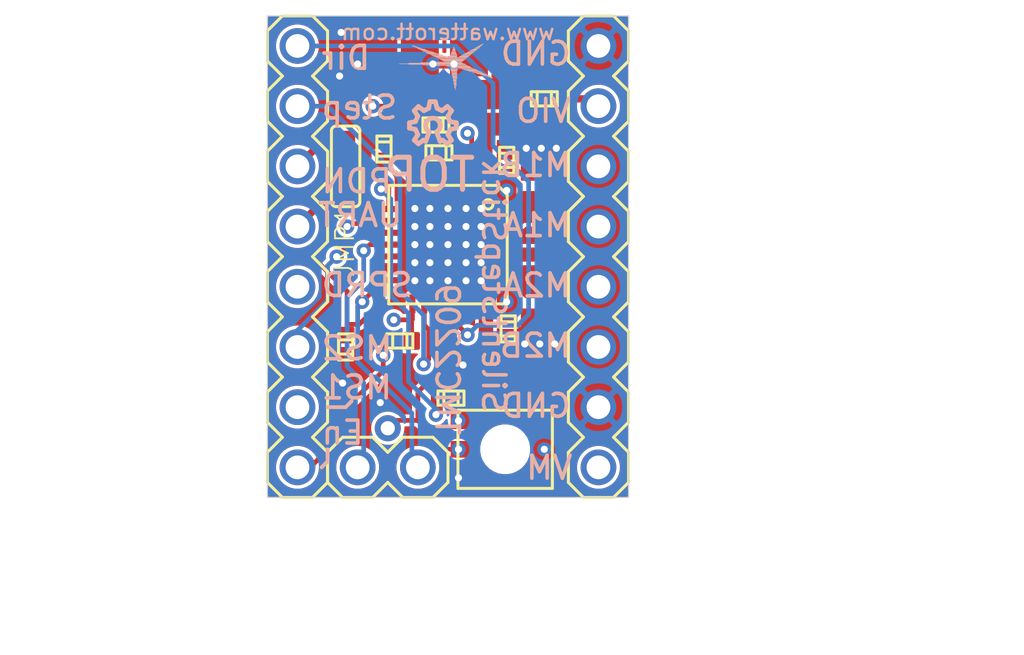
<source format=kicad_pcb>
(kicad_pcb (version 20221018) (generator pcbnew)

  (general
    (thickness 1.6)
  )

  (paper "A4")
  (layers
    (0 "F.Cu" signal "Top")
    (1 "In1.Cu" signal "Ground")
    (2 "In2.Cu" signal "Supply")
    (31 "B.Cu" signal "Bottom")
    (32 "B.Adhes" user "B.Adhesive")
    (33 "F.Adhes" user "F.Adhesive")
    (34 "B.Paste" user)
    (35 "F.Paste" user)
    (36 "B.SilkS" user "B.Silkscreen")
    (37 "F.SilkS" user "F.Silkscreen")
    (38 "B.Mask" user)
    (39 "F.Mask" user)
    (40 "Dwgs.User" user "User.Drawings")
    (41 "Cmts.User" user "User.Comments")
    (42 "Eco1.User" user "User.Eco1")
    (43 "Eco2.User" user "User.Eco2")
    (44 "Edge.Cuts" user)
    (45 "Margin" user)
    (46 "B.CrtYd" user "B.Courtyard")
    (47 "F.CrtYd" user "F.Courtyard")
    (48 "B.Fab" user)
    (49 "F.Fab" user)
  )

  (setup
    (pad_to_mask_clearance 0.05)
    (pcbplotparams
      (layerselection 0x00010fc_ffffffff)
      (plot_on_all_layers_selection 0x0000000_00000000)
      (disableapertmacros false)
      (usegerberextensions false)
      (usegerberattributes true)
      (usegerberadvancedattributes true)
      (creategerberjobfile true)
      (dashed_line_dash_ratio 12.000000)
      (dashed_line_gap_ratio 3.000000)
      (svgprecision 4)
      (plotframeref false)
      (viasonmask false)
      (mode 1)
      (useauxorigin false)
      (hpglpennumber 1)
      (hpglpenspeed 20)
      (hpglpendiameter 15.000000)
      (dxfpolygonmode true)
      (dxfimperialunits true)
      (dxfusepcbnewfont true)
      (psnegative false)
      (psa4output false)
      (plotreference true)
      (plotvalue true)
      (plotinvisibletext false)
      (sketchpadsonfab false)
      (subtractmaskfromsilk false)
      (outputformat 1)
      (mirror false)
      (drillshape 1)
      (scaleselection 1)
      (outputdirectory "")
    )
  )

  (net 0 "")
  (net 1 "GND")
  (net 2 "+5V")
  (net 3 "Net-(IC1-Pad27)")
  (net 4 "Net-(IC1-Pad23)")
  (net 5 "/VM")
  (net 6 "/VREF")
  (net 7 "Net-(R4-Pad1)")
  (net 8 "/VIO")
  (net 9 "Net-(C6-Pad2)")
  (net 10 "Net-(C4-Pad2)")
  (net 11 "Net-(C4-Pad1)")
  (net 12 "/PDN_UART")
  (net 13 "/EN")
  (net 14 "Net-(J1-Pad4)")
  (net 15 "Net-(J1-Pad3)")
  (net 16 "/OB2")
  (net 17 "/OB1")
  (net 18 "/OA1")
  (net 19 "/OA2")
  (net 20 "/DIAG")
  (net 21 "/INDEX")
  (net 22 "/DIR")
  (net 23 "/STEP")
  (net 24 "/MS2")
  (net 25 "/MS1")
  (net 26 "/SPREAD")

  (footprint "SilentStepStick-TMC2209_v20:M0805" (layer "F.Cu") (at 152.5361 101.9826 -90))

  (footprint "SilentStepStick-TMC2209_v20:M0805" (layer "F.Cu") (at 152.4746 106.9665 90))

  (footprint "SilentStepStick-TMC2209_v20:POT_EVM3R" (layer "F.Cu") (at 150.9141 113.1316 -90))

  (footprint "SilentStepStick-TMC2209_v20:PASSER_04MM" (layer "F.Cu") (at 141.5161 112.6236))

  (footprint "SilentStepStick-TMC2209_v20:PASSER_04MM" (layer "F.Cu") (at 155.4861 97.3836))

  (footprint "SilentStepStick-TMC2209_v20:C0402" (layer "F.Cu") (at 152.5651 98.3446 90))

  (footprint "SilentStepStick-TMC2209_v20:C0402" (layer "F.Cu") (at 145.80235 100.46335))

  (footprint "SilentStepStick-TMC2209_v20:C0402" (layer "F.Cu") (at 150.9776 100.9396 180))

  (footprint "SilentStepStick-TMC2209_v20:C0402" (layer "F.Cu") (at 147.9931 99.44735 -90))

  (footprint "SilentStepStick-TMC2209_v20:C0402" (layer "F.Cu") (at 148.1201 100.6221 -90))

  (footprint "SilentStepStick-TMC2209_v20:C0402" (layer "F.Cu") (at 148.6281 110.9726 -90))

  (footprint "SilentStepStick-TMC2209_v20:C0402" (layer "F.Cu") (at 144.1831 108.8136 180))

  (footprint "SilentStepStick-TMC2209_v20:C0402" (layer "F.Cu") (at 146.4691 108.5596 -90))

  (footprint "SilentStepStick-TMC2209_v20:C0402" (layer "F.Cu") (at 151.0411 108.0516))

  (footprint "SilentStepStick-TMC2209_v20:JUMPER3-0402_NC" (layer "F.Cu") (at 144.1831 101.1936))

  (footprint "SilentStepStick-TMC2209_v20:MA08-1" (layer "F.Cu") (at 154.8511 105.0036 180))

  (footprint "SilentStepStick-TMC2209_v20:MA02-1" (layer "F.Cu") (at 145.9611 113.8936 -90))

  (footprint "SilentStepStick-TMC2209_v20:PAD-0.6-1.1" (layer "F.Cu") (at 145.9611 112.2426))

  (footprint "SilentStepStick-TMC2209_v20:QFN28-PAD3.7" (layer "F.Cu") (at 148.5011 104.4956 -90))

  (footprint "SilentStepStick-TMC2209_v20:MA08-1" (layer "F.Cu") (at 142.1511 105.0036))

  (footprint "SilentStepStick-TMC2209_v20:C1206" (layer "F.Cu") (at 150.7871 96.4946))

  (footprint "SilentStepStick-TMC2209_v20:C1206" (layer "F.Cu") (at 145.9141 96.4801 180))

  (footprint "SilentStepStick-TMC2209_v20:SPARK_2MM" (layer "B.Cu") (at 148.7551 96.8121 180))

  (footprint "SilentStepStick-TMC2209_v20:OSHW_2MM" (layer "B.Cu") (at 147.8661 99.3521 180))

  (gr_line (start 144.1831 111.3536) (end 144.4371 111.0996)
    (stroke (width 0.16) (type solid)) (layer "B.SilkS") (tstamp 00000000-0000-0000-0000-0000134f6cc0))
  (gr_line (start 143.4211 111.3536) (end 144.1831 111.3536)
    (stroke (width 0.16) (type solid)) (layer "B.SilkS") (tstamp 00000000-0000-0000-0000-0000134f7120))
  (gr_line (start 143.1671 113.8936) (end 143.4211 113.6396)
    (stroke (width 0.16) (type solid)) (layer "B.SilkS") (tstamp 00000000-0000-0000-0000-0000134f7bc0))
  (gr_line (start 143.4211 113.6396) (end 143.4211 113.1316)
    (stroke (width 0.16) (type solid)) (layer "B.SilkS") (tstamp 00000000-0000-0000-0000-0000134f7f80))
  (gr_line (start 140.8811 94.8436) (end 140.8811 115.1636)
    (stroke (width 0.05) (type solid)) (layer "Edge.Cuts") (tstamp 00000000-0000-0000-0000-0000134f44c0))
  (gr_line (start 140.8811 115.1636) (end 156.1211 115.1636)
    (stroke (width 0.05) (type solid)) (layer "Edge.Cuts") (tstamp 00000000-0000-0000-0000-0000134f4a60))
  (gr_line (start 156.1211 94.8436) (end 140.8811 94.8436)
    (stroke (width 0.05) (type solid)) (layer "Edge.Cuts") (tstamp 00000000-0000-0000-0000-0000134f4b00))
  (gr_line (start 156.1211 115.1636) (end 156.1211 94.8436)
    (stroke (width 0.05) (type solid)) (layer "Edge.Cuts") (tstamp 00000000-0000-0000-0000-0000134f5b40))
  (gr_text "GND" (at 153.7811 97.0026) (layer "B.SilkS") (tstamp 00000000-0000-0000-0000-0000134f4240)
    (effects (font (size 0.9652 0.9652) (thickness 0.1524)) (justify left bottom mirror))
  )
  (gr_text "M1B" (at 153.7811 101.7016) (layer "B.SilkS") (tstamp 00000000-0000-0000-0000-0000134f42e0)
    (effects (font (size 0.9652 0.9652) (thickness 0.1524)) (justify left bottom mirror))
  )
  (gr_text "En" (at 143.0811 111.8616) (layer "B.SilkS") (tstamp 00000000-0000-0000-0000-0000134f4420)
    (effects (font (size 0.9652 0.9652) (thickness 0.1524)) (justify right top mirror))
  )
  (gr_text "M2B" (at 153.7811 109.3216) (layer "B.SilkS") (tstamp 00000000-0000-0000-0000-0000134f4740)
    (effects (font (size 0.9652 0.9652) (thickness 0.1524)) (justify left bottom mirror))
  )
  (gr_text "MS2" (at 143.0811 108.3056) (layer "B.SilkS") (tstamp 00000000-0000-0000-0000-0000134f4ec0)
    (effects (font (size 0.9652 0.9652) (thickness 0.1524)) (justify right top mirror))
  )
  (gr_text "PDN" (at 143.0811 101.2571) (layer "B.SilkS") (tstamp 00000000-0000-0000-0000-0000134f4f60)
    (effects (font (size 0.9652 0.9652) (thickness 0.1524)) (justify right top mirror))
  )
  (gr_text "VIO" (at 153.7811 99.4156) (layer "B.SilkS") (tstamp 00000000-0000-0000-0000-0000134f51e0)
    (effects (font (size 0.9652 0.9652) (thickness 0.1524)) (justify left bottom mirror))
  )
  (gr_text "Dir" (at 143.0811 96.0501) (layer "B.SilkS") (tstamp 00000000-0000-0000-0000-0000134f5820)
    (effects (font (size 0.9652 0.9652) (thickness 0.1524)) (justify right top mirror))
  )
  (gr_text "M1A" (at 153.7811 104.2416) (layer "B.SilkS") (tstamp 00000000-0000-0000-0000-0000134f58c0)
    (effects (font (size 0.9652 0.9652) (thickness 0.1524)) (justify left bottom mirror))
  )
  (gr_text "M2A" (at 153.7811 106.7816) (layer "B.SilkS") (tstamp 00000000-0000-0000-0000-0000134f5a00)
    (effects (font (size 0.9652 0.9652) (thickness 0.1524)) (justify left bottom mirror))
  )
  (gr_text "Step" (at 143.0811 98.1456) (layer "B.SilkS") (tstamp 00000000-0000-0000-0000-0000134f64a0)
    (effects (font (size 0.9652 0.9652) (thickness 0.1524)) (justify right top mirror))
  )
  (gr_text "MS1" (at 143.0811 109.9566) (layer "B.SilkS") (tstamp 00000000-0000-0000-0000-0000134f6680)
    (effects (font (size 0.9652 0.9652) (thickness 0.1524)) (justify right top mirror))
  )
  (gr_text "www.watterott.com" (at 143.9291 95.1484) (layer "B.SilkS") (tstamp 00000000-0000-0000-0000-0000134f7260)
    (effects (font (size 0.65151 0.65151) (thickness 0.10287)) (justify right top mirror))
  )
  (gr_text "UART" (at 142.92235 102.68585) (layer "B.SilkS") (tstamp 00000000-0000-0000-0000-0000134f76c0)
    (effects (font (size 0.9652 0.9652) (thickness 0.1524)) (justify right top mirror))
  )
  (gr_text "TOP" (at 149.7711 102.3366) (layer "B.SilkS") (tstamp 00000000-0000-0000-0000-0000134f7940)
    (effects (font (size 1.35128 1.35128) (thickness 0.21336)) (justify left bottom mirror))
  )
  (gr_text "VM" (at 153.8431 114.4746) (layer "B.SilkS") (tstamp 00000000-0000-0000-0000-0000134f79e0)
    (effects (font (size 0.9652 0.9652) (thickness 0.1524)) (justify left bottom mirror))
  )
  (gr_text "GND" (at 153.7811 111.8616) (layer "B.SilkS") (tstamp 00000000-0000-0000-0000-0000134f7ee0)
    (effects (font (size 0.9652 0.9652) (thickness 0.1524)) (justify left bottom mirror))
  )
  (gr_text "SilentStepStick" (at 149.8796 111.6711 -90) (layer "B.SilkS") (tstamp 00000000-0000-0000-0000-0000134f8160)
    (effects (font (size 0.95 0.95) (thickness 0.15)) (justify left bottom mirror))
  )
  (gr_text "SPRD" (at 143.0811 105.6386) (layer "B.SilkS") (tstamp 00000000-0000-0000-0000-0000134f88e0)
    (effects (font (size 0.9652 0.9652) (thickness 0.1524)) (justify right top mirror))
  )
  (gr_text "TMC2209" (at 147.9111 112.6236 -90) (layer "B.SilkS") (tstamp 00000000-0000-0000-0000-0000134f9100)
    (effects (font (size 0.95 0.95) (thickness 0.15)) (justify left bottom mirror))
  )
  (gr_text "Vio - 3.3-5V" (at 156.6291 99.4156) (layer "Cmts.User") (tstamp 00000000-0000-0000-0000-0000134f4560)
    (effects (font (size 1.35128 1.35128) (thickness 0.184912)) (justify left bottom))
  )
  (gr_text "MS1" (at 140.3731 110.5916) (layer "Cmts.User") (tstamp 00000000-0000-0000-0000-0000134f4600)
    (effects (font (size 1.35128 1.35128) (thickness 0.184912)) (justify right top))
  )
  (gr_text "En" (at 140.3731 113.1316) (layer "Cmts.User") (tstamp 00000000-0000-0000-0000-0000134f4880)
    (effects (font (size 1.35128 1.35128) (thickness 0.184912)) (justify right top))
  )
  (gr_text "Motor Coil 1-B" (at 156.6291 101.9556) (layer "Cmts.User") (tstamp 00000000-0000-0000-0000-0000134f49c0)
    (effects (font (size 1.35128 1.35128) (thickness 0.184912)) (justify left bottom))
  )
  (gr_text "Motor Coil 2-B" (at 156.6291 109.5756) (layer "Cmts.User") (tstamp 00000000-0000-0000-0000-0000134f4ba0)
    (effects (font (size 1.35128 1.35128) (thickness 0.184912)) (justify left bottom))
  )
  (gr_text "GND" (at 156.6291 112.1156) (layer "Cmts.User") (tstamp 00000000-0000-0000-0000-0000134f4ce0)
    (effects (font (size 1.35128 1.35128) (thickness 0.184912)) (justify left bottom))
  )
  (gr_text "Dir" (at 140.3731 95.3516) (layer "Cmts.User") (tstamp 00000000-0000-0000-0000-0000134f5140)
    (effects (font (size 1.35128 1.35128) (thickness 0.184912)) (justify right top))
  )
  (gr_text "Motor Coil 1-A" (at 156.6291 104.4956) (layer "Cmts.User") (tstamp 00000000-0000-0000-0000-0000134f5280)
    (effects (font (size 1.35128 1.35128) (thickness 0.184912)) (justify left bottom))
  )
  (gr_text "DIAG" (at 143.9291 115.6716 90) (layer "Cmts.User") (tstamp 00000000-0000-0000-0000-0000134f55a0)
    (effects (font (size 0.9652 0.9652) (thickness 0.13208)) (justify right top))
  )
  (gr_text "Step" (at 140.3731 97.8916) (layer "Cmts.User") (tstamp 00000000-0000-0000-0000-0000134f5780)
    (effects (font (size 1.35128 1.35128) (thickness 0.184912)) (justify right top))
  )
  (gr_text "Vm" (at 156.6291 114.6556) (layer "Cmts.User") (tstamp 00000000-0000-0000-0000-0000134f5aa0)
    (effects (font (size 1.35128 1.35128) (thickness 0.184912)) (justify left bottom))
  )
  (gr_text "MS2" (at 140.3731 108.0516) (layer "Cmts.User") (tstamp 00000000-0000-0000-0000-0000134f5c80)
    (effects (font (size 1.35128 1.35128) (thickness 0.184912)) (justify right top))
  )
  (gr_text "GND" (at 156.6291 96.8756) (layer "Cmts.User") (tstamp 00000000-0000-0000-0000-0000134f5e60)
    (effects (font (size 1.35128 1.35128) (thickness 0.184912)) (justify left bottom))
  )
  (gr_text "Motor Coil 2-A" (at 156.6291 107.0356) (layer "Cmts.User") (tstamp 00000000-0000-0000-0000-0000134f62c0)
    (effects (font (size 1.35128 1.35128) (thickness 0.184912)) (justify left bottom))
  )
  (gr_text "PDN/UART" (at 140.3731 101.7016) (layer "Cmts.User") (tstamp 00000000-0000-0000-0000-0000134f6360)
    (effects (font (size 1.35128 1.35128) (thickness 0.184912)) (justify right top))
  )
  (gr_text "INDEX" (at 146.5961 115.6716 90) (layer "Cmts.User") (tstamp 00000000-0000-0000-0000-0000134f6400)
    (effects (font (size 0.9652 0.9652) (thickness 0.13208)) (justify right top))
  )
  (gr_text "Vref" (at 145.3261 115.6716 90) (layer "Cmts.User") (tstamp 00000000-0000-0000-0000-0000134f6720)
    (effects (font (size 0.9652 0.9652) (thickness 0.13208)) (justify right top))
  )
  (gr_text "Silkscreen: 22 bPlace" (at 140.8811 120.2436) (layer "Cmts.User") (tstamp 00000000-0000-0000-0000-0000134f7300)
    (effects (font (size 1.2065 1.2065) (thickness 0.127)) (justify left top))
  )
  (gr_text "SPREAD" (at 140.3731 105.5116) (layer "Cmts.User") (tstamp 00000000-0000-0000-0000-0000134f7d00)
    (effects (font (size 1.35128 1.35128) (thickness 0.184912)) (justify right top))
  )

  (via (at 152.5651 113.1316) (size 0.6048) (drill 0.3) (layers "F.Cu" "B.Cu") (net 0) (tstamp 00000000-0000-0000-0000-0000134e24a0))
  (segment (start 149.0011 101.9956) (end 149.0011 103.4716) (width 0.254) (layer "F.Cu") (net 1) (tstamp 00000000-0000-0000-0000-000013515940))
  (segment (start 149.0011 103.4716) (end 149.0091 103.4796) (width 0.254) (layer "F.Cu") (net 1) (tstamp 00000000-0000-0000-0000-000013516c00))
  (via (at 151.8031 100.4316) (size 0.6048) (drill 0.3) (layers "F.Cu" "B.Cu") (net 1) (tstamp 00000000-0000-0000-0000-000013515080))
  (via (at 153.0096 108.6866) (size 0.6048) (drill 0.3) (layers "F.Cu" "B.Cu") (net 1) (tstamp 00000000-0000-0000-0000-000013515a80))
  (via (at 151.7396 108.6866) (size 0.6048) (drill 0.3) (layers "F.Cu" "B.Cu") (net 1) (tstamp 00000000-0000-0000-0000-000013516a20))
  (via (at 153.0731 100.4316) (size 0.6048) (drill 0.3) (layers "F.Cu" "B.Cu") (net 1) (tstamp 00000000-0000-0000-0000-000013516b60))
  (via (at 149.8981 106.0196) (size 0.6048) (drill 0.3) (layers "F.Cu" "B.Cu") (net 1) (tstamp 00000000-0000-0000-0000-0000135171a0))
  (via (at 149.8981 103.7336) (size 0.6048) (drill 0.3) (layers "F.Cu" "B.Cu") (net 1) (tstamp 00000000-0000-0000-0000-000013517600))
  (via (at 148.5011 103.7336) (size 0.6048) (drill 0.3) (layers "F.Cu" "B.Cu") (net 1) (tstamp 00000000-0000-0000-0000-0000135176a0))
  (via (at 147.1041 105.2576) (size 0.6048) (drill 0.3) (layers "F.Cu" "B.Cu") (net 1) (tstamp 00000000-0000-0000-0000-000013517740))
  (via (at 149.8981 102.9716) (size 0.6048) (drill 0.3) (layers "F.Cu" "B.Cu") (net 1) (tstamp 00000000-0000-0000-0000-0000135177e0))
  (via (at 149.2631 102.9716) (size 0.6048) (drill 0.3) (layers "F.Cu" "B.Cu") (net 1) (tstamp 00000000-0000-0000-0000-000013517880))
  (via (at 147.7391 103.7336) (size 0.6048) (drill 0.3) (layers "F.Cu" "B.Cu") (net 1) (tstamp 00000000-0000-0000-0000-000013517920))
  (via (at 147.7391 105.2576) (size 0.6048) (drill 0.3) (layers "F.Cu" "B.Cu") (net 1) (tstamp 00000000-0000-0000-0000-0000135179c0))
  (via (at 147.7391 102.9716) (size 0.6048) (drill 0.3) (layers "F.Cu" "B.Cu") (net 1) (tstamp 00000000-0000-0000-0000-000013517a60))
  (via (at 149.2631 106.0196) (size 0.6048) (drill 0.3) (layers "F.Cu" "B.Cu") (net 1) (tstamp 00000000-0000-0000-0000-000013517ba0))
  (via (at 144.0561 110.3376) (size 0.6048) (drill 0.3) (layers "F.Cu" "B.Cu") (net 1) (tstamp 00000000-0000-0000-0000-000013517c40))
  (via (at 152.4381 100.4316) (size 0.6048) (drill 0.3) (layers "F.Cu" "B.Cu") (net 1) (tstamp 00000000-0000-0000-0000-000013517ce0))
  (via (at 148.9456 114.3381) (size 0.6048) (drill 0.3) (layers "F.Cu" "B.Cu") (net 1) (tstamp 00000000-0000-0000-0000-000013517d80))
  (via (at 147.1041 104.4956) (size 0.6048) (drill 0.3) (layers "F.Cu" "B.Cu") (net 1) (tstamp 00000000-0000-0000-0000-0000135180a0))
  (via (at 145.6436 111.1631) (size 0.6048) (drill 0.3) (layers "F.Cu" "B.Cu") (net 1) (tstamp 00000000-0000-0000-0000-000013518280))
  (via (at 143.9291 97.3836) (size 0.6048) (drill 0.3) (layers "F.Cu" "B.Cu") (net 1) (tstamp 00000000-0000-0000-0000-000013518320))
  (via (at 148.5011 104.4956) (size 0.6048) (drill 0.3) (layers "F.Cu" "B.Cu") (net 1) (tstamp 00000000-0000-0000-0000-0000135183c0))
  (via (at 147.1041 103.7336) (size 0.6048) (drill 0.3) (layers "F.Cu" "B.Cu") (net 1) (tstamp 00000000-0000-0000-0000-000013518460))
  (via (at 149.2631 104.4956) (size 0.6048) (drill 0.3) (layers "F.Cu" "B.Cu") (net 1) (tstamp 00000000-0000-0000-0000-000013518500))
  (via (at 144.6911 96.8756) (size 0.6048) (drill 0.3) (layers "F.Cu" "B.Cu") (net 1) (tstamp 00000000-0000-0000-0000-0000135185a0))
  (via (at 147.7391 106.0196) (size 0.6048) (drill 0.3) (layers "F.Cu" "B.Cu") (net 1) (tstamp 00000000-0000-0000-0000-0000135186e0))
  (via (at 149.2631 103.7336) (size 0.6048) (drill 0.3) (layers "F.Cu" "B.Cu") (net 1) (tstamp 00000000-0000-0000-0000-0000135188c0))
  (via (at 149.8981 104.4956) (size 0.6048) (drill 0.3) (layers "F.Cu" "B.Cu") (net 1) (tstamp 00000000-0000-0000-0000-000013518960))
  (via (at 143.9926 95.5421) (size 0.6048) (drill 0.3) (layers "F.Cu" "B.Cu") (net 1) (tstamp 00000000-0000-0000-0000-000013518a00))
  (via (at 147.1041 102.9716) (size 0.6048) (drill 0.3) (layers "F.Cu" "B.Cu") (net 1) (tstamp 00000000-0000-0000-0000-000013518dc0))
  (via (at 148.5011 105.2576) (size 0.6048) (drill 0.3) (layers "F.Cu" "B.Cu") (net 1) (tstamp 00000000-0000-0000-0000-000013518e60))
  (via (at 149.1361 109.5756) (size 0.6048) (drill 0.3) (layers "F.Cu" "B.Cu") (net 1) (tstamp 00000000-0000-0000-0000-000013518f00))
  (via (at 149.8981 105.2576) (size 0.6048) (drill 0.3) (layers "F.Cu" "B.Cu") (net 1) (tstamp 00000000-0000-0000-0000-000013518fa0))
  (via (at 147.1041 106.0196) (size 0.6048) (drill 0.3) (layers "F.Cu" "B.Cu") (net 1) (tstamp 00000000-0000-0000-0000-000013519040))
  (via (at 148.5011 102.9716) (size 0.6048) (drill 0.3) (layers "F.Cu" "B.Cu") (net 1) (tstamp 00000000-0000-0000-0000-000013519180))
  (via (at 147.7391 104.4956) (size 0.6048) (drill 0.3) (layers "F.Cu" "B.Cu") (net 1) (tstamp 00000000-0000-0000-0000-000013519400))
  (via (at 152.3746 108.6866) (size 0.6048) (drill 0.3) (layers "F.Cu" "B.Cu") (net 1) (tstamp 00000000-0000-0000-0000-0000135194a0))
  (via (at 149.2631 105.2576) (size 0.6048) (drill 0.3) (layers "F.Cu" "B.Cu") (net 1) (tstamp 00000000-0000-0000-0000-000013519720))
  (via (at 148.5011 106.0196) (size 0.6048) (drill 0.3) (layers "F.Cu" "B.Cu") (net 1) (tstamp 00000000-0000-0000-0000-000013519900))
  (segment (start 146.0011 102.9956) (end 146.0011 102.1461) (width 0.2) (layer "F.Cu") (net 2) (tstamp 00000000-0000-0000-0000-00001351c240))
  (segment (start 148.1281 110.9726) (end 148.1281 111.5361) (width 0.3048) (layer "F.Cu") (net 2) (tstamp 00000000-0000-0000-0000-00001351c740))
  (segment (start 146.0011 101.7416) (end 145.8341 101.5746) (width 0.2) (layer "F.Cu") (net 2) (tstamp 00000000-0000-0000-0000-00001351c9c0))
  (segment (start 145.8341 100.9951) (end 145.80235 100.96335) (width 0.2) (layer "F.Cu") (net 2) (tstamp 00000000-0000-0000-0000-00001351ce20))
  (segment (start 146.0011 102.1461) (end 145.6836 102.1461) (width 0.2) (layer "F.Cu") (net 2) (tstamp 00000000-0000-0000-0000-00001351d1e0))
  (segment (start 148.1281 111.5361) (end 147.9931 111.6711) (width 0.3048) (layer "F.Cu") (net 2) (tstamp 00000000-0000-0000-0000-00001351de60))
  (segment (start 146.0011 102.1461) (end 146.0011 101.7416) (width 0.2) (layer "F.Cu") (net 2) (tstamp 00000000-0000-0000-0000-00001351e680))
  (segment (start 145.8341 101.5746) (end 145.8341 100.9951) (width 0.2) (layer "F.Cu") (net 2) (tstamp 00000000-0000-0000-0000-00001351e720))
  (via (at 145.6836 102.1461) (size 0.6048) (drill 0.3) (layers "F.Cu" "B.Cu") (net 2) (tstamp 00000000-0000-0000-0000-00001351d280))
  (via (at 147.9931 111.6711) (size 0.6048) (drill 0.3) (layers "F.Cu" "B.Cu") (net 2) (tstamp 00000000-0000-0000-0000-00001351dd20))
  (segment (start 146.8374 107.4039) (end 146.0881 106.6546) (width 0.2) (layer "B.Cu") (net 2) (tstamp 00000000-0000-0000-0000-00001351c2e0))
  (segment (start 145.6836 102.1461) (end 145.6836 102.1701) (width 0.2) (layer "B.Cu") (net 2) (tstamp 00000000-0000-0000-0000-00001351d320))
  (segment (start 145.6836 102.1701) (end 146.0881 102.5746) (width 0.2) (layer "B.Cu") (net 2) (tstamp 00000000-0000-0000-0000-00001351d5a0))
  (segment (start 146.0881 102.5746) (end 146.0881 106.6546) (width 0.2) (layer "B.Cu") (net 2) (tstamp 00000000-0000-0000-0000-00001351d640))
  (segment (start 147.9931 111.6711) (end 147.9931 111.4298) (width 0.2) (layer "B.Cu") (net 2) (tstamp 00000000-0000-0000-0000-00001351d820))
  (segment (start 147.9931 111.4298) (end 146.8374 110.2741) (width 0.2) (layer "B.Cu") (net 2) (tstamp 00000000-0000-0000-0000-00001351db40))
  (segment (start 146.8374 110.2741) (end 146.8374 107.4039) (width 0.2) (layer "B.Cu") (net 2) (tstamp 00000000-0000-0000-0000-00001351dbe0))
  (segment (start 149.6581 97.1156) (end 148.5011 98.2726) (width 0.508) (layer "F.Cu") (net 5) (tstamp 00000000-0000-0000-0000-000013513a00))
  (segment (start 148.5011 98.2726) (end 148.5011 99.43935) (width 0.508) (layer "F.Cu") (net 5) (tstamp 00000000-0000-0000-0000-000013513aa0))
  (segment (start 148.5011 99.43935) (end 148.4931 99.44735) (width 0.6096) (layer "F.Cu") (net 5) (tstamp 00000000-0000-0000-0000-0000135140e0))
  (segment (start 149.6581 96.7656) (end 149.3871 96.4946) (width 0.508) (layer "F.Cu") (net 5) (tstamp 00000000-0000-0000-0000-000013514d60))
  (segment (start 148.6916 96.8756) (end 148.6916 96.8121) (width 0.508) (layer "F.Cu") (net 5) (tstamp 00000000-0000-0000-0000-000013515260))
  (segment (start 149.1361 96.4946) (end 148.7551 96.8756) (width 0.508) (layer "F.Cu") (net 5) (tstamp 00000000-0000-0000-0000-000013515620))
  (segment (start 147.3141 96.4801) (end 147.4706 96.4801) (width 0.508) (layer "F.Cu") (net 5) (tstamp 00000000-0000-0000-0000-000013515800))
  (segment (start 149.6581 97.1156) (end 149.6581 96.7656) (width 0.508) (layer "F.Cu") (net 5) (tstamp 00000000-0000-0000-0000-0000135159e0))
  (segment (start 148.6916 96.8121) (end 147.8661 96.8121) (width 0.508) (layer "F.Cu") (net 5) (tstamp 00000000-0000-0000-0000-000013515c60))
  (segment (start 149.3871 96.4946) (end 149.1361 96.4946) (width 0.508) (layer "F.Cu") (net 5) (tstamp 00000000-0000-0000-0000-000013515ee0))
  (segment (start 147.4706 96.4801) (end 147.8661 96.8756) (width 0.508) (layer "F.Cu") (net 5) (tstamp 00000000-0000-0000-0000-0000135165c0))
  (segment (start 147.8661 96.8121) (end 147.8661 96.8756) (width 0.508) (layer "F.Cu") (net 5) (tstamp 00000000-0000-0000-0000-0000135168e0))
  (segment (start 148.7551 96.8756) (end 148.6916 96.8756) (width 0.508) (layer "F.Cu") (net 5) (tstamp 00000000-0000-0000-0000-000013516d40))
  (via (at 147.8661 96.8756) (size 0.6048) (drill 0.3) (layers "F.Cu" "B.Cu") (net 5) (tstamp 00000000-0000-0000-0000-000013516480))
  (via (at 148.7551 96.8756) (size 0.6048) (drill 0.3) (layers "F.Cu" "B.Cu") (net 5) (tstamp 00000000-0000-0000-0000-000013516e80))
  (via (at 150.9776 106.9086) (size 0.6048) (drill 0.3) (layers "F.Cu" "B.Cu") (net 5) (tstamp 00000000-0000-0000-0000-000013517060))
  (via (at 150.9776 102.2096) (size 0.6048) (drill 0.3) (layers "F.Cu" "B.Cu") (net 5) (tstamp 00000000-0000-0000-0000-000013517100))
  (segment (start 154.8511 113.8936) (end 153.8351 113.8936) (width 0.8) (layer "In2.Cu") (net 5) (tstamp 00000000-0000-0000-0000-000013514fe0))
  (segment (start 154.8511 113.8936) (end 154.8511 112.8776) (width 0.8) (layer "In2.Cu") (net 5) (tstamp 00000000-0000-0000-0000-000013515440))
  (segment (start 147.9931 107.7214) (end 148.0947 107.823) (width 0.2) (layer "F.Cu") (net 6) (tstamp 00000000-0000-0000-0000-00001351c380))
  (segment (start 147.9931 107.0036) (end 148.0011 106.9956) (width 0.2) (layer "F.Cu") (net 6) (tstamp 00000000-0000-0000-0000-00001351e7c0))
  (segment (start 147.9931 107.0036) (end 147.9931 107.7214) (width 0.2) (layer "F.Cu") (net 6) (tstamp 00000000-0000-0000-0000-00001351e860))
  (segment (start 148.9456 113.1316) (end 148.4503 113.1316) (width 0.2) (layer "F.Cu") (net 6) (tstamp 00000000-0000-0000-0000-00001351f080))
  (segment (start 148.4503 113.1316) (end 147.2311 111.9124) (width 0.2) (layer "F.Cu") (net 6) (tstamp 00000000-0000-0000-0000-00001351fda0))
  (segment (start 147.2311 111.9124) (end 147.2311 110.7186) (width 0.2) (layer "F.Cu") (net 6) (tstamp 00000000-0000-0000-0000-000013520200))
  (segment (start 146.2913 111.9124) (end 145.9611 112.2426) (width 0.2) (layer "F.Cu") (net 6) (tstamp 00000000-0000-0000-0000-0000135202a0))
  (segment (start 148.0947 107.823) (end 148.0947 109.855) (width 0.2) (layer "F.Cu") (net 6) (tstamp 00000000-0000-0000-0000-000013520660))
  (segment (start 147.2311 110.7186) (end 148.0947 109.855) (width 0.2) (layer "F.Cu") (net 6) (tstamp 00000000-0000-0000-0000-0000135207a0))
  (segment (start 149.2141 113.1316) (end 148.9456 113.1316) (width 0.2) (layer "F.Cu") (net 6) (tstamp 00000000-0000-0000-0000-0000135208e0))
  (segment (start 147.2311 111.9124) (end 146.2913 111.9124) (width 0.2) (layer "F.Cu") (net 6) (tstamp 00000000-0000-0000-0000-000013520c00))
  (via (at 148.9456 113.1316) (size 0.6048) (drill 0.3) (layers "F.Cu" "B.Cu") (net 6) (tstamp 00000000-0000-0000-0000-000013520340))
  (segment (start 149.2141 111.0586) (end 149.1281 110.9726) (width 0.2) (layer "F.Cu") (net 7) (tstamp 00000000-0000-0000-0000-00001351e9a0))
  (segment (start 149.2141 111.9316) (end 149.2141 111.0586) (width 0.3048) (layer "F.Cu") (net 7) (tstamp 00000000-0000-0000-0000-00001351ecc0))
  (segment (start 148.9456 111.9251) (end 149.2076 111.9251) (width 0.2) (layer "F.Cu") (net 7) (tstamp 00000000-0000-0000-0000-00001351f300))
  (segment (start 149.2076 111.9251) (end 149.2141 111.9316) (width 0.2) (layer "F.Cu") (net 7) (tstamp 00000000-0000-0000-0000-00001351fee0))
  (via (at 148.9456 111.9251) (size 0.6048) (drill 0.3) (layers "F.Cu" "B.Cu") (net 7) (tstamp 00000000-0000-0000-0000-000013520480))
  (segment (start 146.9771 107.6706) (end 146.9771 107.0196) (width 0.2) (layer "F.Cu") (net 8) (tstamp 00000000-0000-0000-0000-00001351a1c0))
  (segment (start 146.9771 107.0196) (end 147.0011 106.9956) (width 0.2) (layer "F.Cu") (net 8) (tstamp 00000000-0000-0000-0000-00001351a260))
  (segment (start 147.0011 106.9956) (end 147.0011 107.6466) (width 0.2) (layer "F.Cu") (net 8) (tstamp 00000000-0000-0000-0000-00001351b200))
  (segment (start 147.0011 107.6466) (end 146.9771 107.6706) (width 0.2) (layer "F.Cu") (net 8) (tstamp 00000000-0000-0000-0000-00001351b2a0))
  (segment (start 146.9771 107.6706) (end 146.2151 107.6706) (width 0.2) (layer "F.Cu") (net 8) (tstamp 00000000-0000-0000-0000-00001351b3e0))
  (segment (start 146.9691 108.5596) (end 146.9691 107.6786) (width 0.2) (layer "F.Cu") (net 8) (tstamp 00000000-0000-0000-0000-00001351b840))
  (segment (start 146.9691 107.6786) (end 146.9771 107.6706) (width 0.2) (layer "F.Cu") (net 8) (tstamp 00000000-0000-0000-0000-00001351ba20))
  (segment (start 153.0651 98.3446) (end 154.5421 98.3446) (width 0.3048) (layer "F.Cu") (net 8) (tstamp 00000000-0000-0000-0000-00001351bac0))
  (segment (start 154.5421 98.3446) (end 154.8511 98.6536) (width 0.3048) (layer "F.Cu") (net 8) (tstamp 00000000-0000-0000-0000-00001351bf20))
  (via (at 146.2151 107.6706) (size 0.6048) (drill 0.3) (layers "F.Cu" "B.Cu") (net 8) (tstamp 00000000-0000-0000-0000-00001351b480))
  (segment (start 154.8511 98.6536) (end 154.7241 98.6536) (width 0.3048) (layer "In2.Cu") (net 8) (tstamp 00000000-0000-0000-0000-00001351b5c0))
  (segment (start 151.6761 95.6056) (end 146.0881 95.6056) (width 0.3048) (layer "In2.Cu") (net 8) (tstamp 00000000-0000-0000-0000-00001351b660))
  (segment (start 154.7241 98.6536) (end 151.6761 95.6056) (width 0.3048) (layer "In2.Cu") (net 8) (tstamp 00000000-0000-0000-0000-00001351be80))
  (segment (start 147.07235 99.44735) (end 146.9771 99.5426) (width 0.2) (layer "F.Cu") (net 9) (tstamp 00000000-0000-0000-0000-000013519ae0))
  (segment (start 146.9771 99.5426) (end 146.9771 101.0666) (width 0.2) (layer "F.Cu") (net 9) (tstamp 00000000-0000-0000-0000-000013519b80))
  (segment (start 147.5011 101.9956) (end 147.5011 101.5906) (width 0.2) (layer "F.Cu") (net 9) (tstamp 00000000-0000-0000-0000-00001351bca0))
  (segment (start 147.5011 101.5906) (end 146.9771 101.0666) (width 0.2) (layer "F.Cu") (net 9) (tstamp 00000000-0000-0000-0000-00001351bde0))
  (segment (start 147.4931 99.44735) (end 147.07235 99.44735) (width 0.2) (layer "F.Cu") (net 9) (tstamp 00000000-0000-0000-0000-00001351c060))
  (segment (start 147.6121 100.6301) (end 147.6201 100.6221) (width 0.2) (layer "F.Cu") (net 10) (tstamp 00000000-0000-0000-0000-00001351c7e0))
  (segment (start 148.0011 101.9956) (end 148.0011 101.5191) (width 0.2) (layer "F.Cu") (net 10) (tstamp 00000000-0000-0000-0000-00001351d000))
  (segment (start 147.6121 101.1301) (end 147.6121 100.6301) (width 0.2) (layer "F.Cu") (net 10) (tstamp 00000000-0000-0000-0000-00001351d0a0))
  (segment (start 148.0011 101.5191) (end 147.6121 101.1301) (width 0.2) (layer "F.Cu") (net 10) (tstamp 00000000-0000-0000-0000-00001351e900))
  (segment (start 148.5011 101.3206) (end 148.6281 101.1936) (width 0.2) (layer "F.Cu") (net 11) (tstamp 00000000-0000-0000-0000-00001351cb00))
  (segment (start 148.6281 101.1936) (end 148.6281 100.6301) (width 0.2) (layer "F.Cu") (net 11) (tstamp 00000000-0000-0000-0000-00001351cec0))
  (segment (start 148.5011 101.9956) (end 148.5011 101.3206) (width 0.2) (layer "F.Cu") (net 11) (tstamp 00000000-0000-0000-0000-00001351e540))
  (segment (start 148.6281 100.6301) (end 148.6201 100.6221) (width 0.2) (layer "F.Cu") (net 11) (tstamp 00000000-0000-0000-0000-00001351e5e0))
  (segment (start 144.7546 107.8611) (end 144.2466 107.8611) (width 0.2) (layer "F.Cu") (net 12) (tstamp 00000000-0000-0000-0000-0000134e06a0))
  (segment (start 145.7711 106.0191) (end 145.7706 106.0196) (width 0.2) (layer "F.Cu") (net 12) (tstamp 00000000-0000-0000-0000-0000134e0a60))
  (segment (start 145.4531 106.9086) (end 145.4531 107.1626) (width 0.2) (layer "F.Cu") (net 12) (tstamp 00000000-0000-0000-0000-0000134e0ba0))
  (segment (start 146.0246 106.0191) (end 145.7711 106.0191) (width 0.2) (layer "F.Cu") (net 12) (tstamp 00000000-0000-0000-0000-0000134e0f60))
  (segment (start 145.7706 106.0196) (end 145.7706 106.5911) (width 0.2) (layer "F.Cu") (net 12) (tstamp 00000000-0000-0000-0000-0000134e1460))
  (segment (start 145.4531 107.1626) (end 144.7546 107.8611) (width 0.2) (layer "F.Cu") (net 12) (tstamp 00000000-0000-0000-0000-0000134e20e0))
  (segment (start 145.7706 106.5911) (end 145.4531 106.9086) (width 0.2) (layer "F.Cu") (net 12) (tstamp 00000000-0000-0000-0000-0000134e2400))
  (segment (start 144.9451 102.9081) (end 144.9451 101.4476) (width 0.2) (layer "F.Cu") (net 12) (tstamp 00000000-0000-0000-0000-00001351ea40))
  (segment (start 144.9451 101.4476) (end 144.6911 101.1936) (width 0.2) (layer "F.Cu") (net 12) (tstamp 00000000-0000-0000-0000-00001351eae0))
  (segment (start 144.6911 101.1936) (end 144.1831 101.1936) (width 0.2) (layer "F.Cu") (net 12) (tstamp 00000000-0000-0000-0000-00001351eb80))
  (segment (start 146.0246 106.0191) (end 146.0011 105.9956) (width 0.2) (layer "F.Cu") (net 12) (tstamp 00000000-0000-0000-0000-00001351f620))
  (segment (start 144.2466 108.2501) (end 144.1831 108.3136) (width 0.2) (layer "F.Cu") (net 12) (tstamp 00000000-0000-0000-0000-00001351f800))
  (segment (start 144.2466 108.2501) (end 144.2466 107.8611) (width 0.2) (layer "F.Cu") (net 12) (tstamp 00000000-0000-0000-0000-00001351f8a0))
  (segment (start 144.2466 107.8611) (end 144.2466 106.4641) (width 0.2) (layer "F.Cu") (net 12) (tstamp 00000000-0000-0000-0000-00001351f9e0))
  (segment (start 143.1036 105.3211) (end 143.1036 104.6861) (width 0.2) (layer "F.Cu") (net 12) (tstamp 00000000-0000-0000-0000-00001351fa80))
  (segment (start 143.1036 104.6861) (end 143.4846 104.3051) (width 0.2) (layer "F.Cu") (net 12) (tstamp 00000000-0000-0000-0000-0000135200c0))
  (segment (start 143.4846 104.3051) (end 143.4846 103.5431) (width 0.2) (layer "F.Cu") (net 12) (tstamp 00000000-0000-0000-0000-000013520520))
  (segment (start 143.4846 103.5431) (end 143.9291 103.0986) (width 0.2) (layer "F.Cu") (net 12) (tstamp 00000000-0000-0000-0000-0000135205c0))
  (segment (start 144.2466 106.4641) (end 143.1036 105.3211) (width 0.2) (layer "F.Cu") (net 12) (tstamp 00000000-0000-0000-0000-000013520d40))
  (segment (start 143.9291 103.0986) (end 144.7546 103.0986) (width 0.2) (layer "F.Cu") (net 12) (tstamp 00000000-0000-0000-0000-000013520de0))
  (segment (start 144.7546 103.0986) (end 144.9451 102.9081) (width 0.2) (layer "F.Cu") (net 12) (tstamp 00000000-0000-0000-0000-000013520f20))
  (segment (start 145.7706 109.8169) (end 144.0561 111.5314) (width 0.2) (layer "F.Cu") (net 13) (tstamp 00000000-0000-0000-0000-0000134e01a0))
  (segment (start 142.6845 113.8936) (end 144.0561 112.522) (width 0.2) (layer "F.Cu") (net 13) (tstamp 00000000-0000-0000-0000-0000134e0600))
  (segment (start 144.0561 112.522) (end 144.0561 111.5314) (width 0.2) (layer "F.Cu") (net 13) (tstamp 00000000-0000-0000-0000-0000134e07e0))
  (segment (start 145.7706 109.16285) (end 145.7706 109.8169) (width 0.2) (layer "F.Cu") (net 13) (tstamp 00000000-0000-0000-0000-0000134e0b00))
  (segment (start 142.1511 113.8936) (end 142.6845 113.8936) (width 0.2) (layer "F.Cu") (net 13) (tstamp 00000000-0000-0000-0000-0000134e0ce0))
  (segment (start 149.5011 101.9956) (end 149.5011 99.9711) (width 0.2) (layer "F.Cu") (net 13) (tstamp 00000000-0000-0000-0000-0000134e18c0))
  (segment (start 145.7706 109.16285) (end 145.7706 108.7581) (width 0.2) (layer "F.Cu") (net 13) (tstamp 00000000-0000-0000-0000-0000134e1dc0))
  (segment (start 149.5011 99.9711) (end 149.3266 99.7966) (width 0.2) (layer "F.Cu") (net 13) (tstamp 00000000-0000-0000-0000-0000134e2220))
  (segment (start 145.7706 108.7581) (end 145.9691 108.5596) (width 0.2) (layer "F.Cu") (net 13) (tstamp 00000000-0000-0000-0000-0000134e2680))
  (via (at 145.7706 109.16285) (size 0.6048) (drill 0.3) (layers "F.Cu" "B.Cu") (net 13) (tstamp 00000000-0000-0000-0000-0000134e1d20))
  (via (at 149.3266 99.7966) (size 0.6048) (drill 0.3) (layers "F.Cu" "B.Cu") (net 13) (tstamp 00000000-0000-0000-0000-0000134e2860))
  (segment (start 146.9136 107.188) (end 146.4056 106.68) (width 0.2) (layer "In2.Cu") (net 13) (tstamp 00000000-0000-0000-0000-0000134e0240))
  (segment (start 148.5646 99.7966) (end 149.3266 99.7966) (width 0.2) (layer "In2.Cu") (net 13) (tstamp 00000000-0000-0000-0000-0000134e09c0))
  (segment (start 145.7706 109.16285) (end 145.99285 109.16285) (width 0.2) (layer "In2.Cu") (net 13) (tstamp 00000000-0000-0000-0000-0000134e0c40))
  (segment (start 146.4056 106.68) (end 146.4056 101.9556) (width 0.2) (layer "In2.Cu") (net 13) (tstamp 00000000-0000-0000-0000-0000134e0d80))
  (segment (start 145.99285 109.16285) (end 146.9136 108.2421) (width 0.2) (layer "In2.Cu") (net 13) (tstamp 00000000-0000-0000-0000-0000134e2540))
  (segment (start 146.4056 101.9556) (end 148.5646 99.7966) (width 0.2) (layer "In2.Cu") (net 13) (tstamp 00000000-0000-0000-0000-0000134e25e0))
  (segment (start 146.9136 108.2421) (end 146.9136 107.188) (width 0.2) (layer "In2.Cu") (net 13) (tstamp 00000000-0000-0000-0000-0000134e2900))
  (segment (start 144.1831 102.2936) (end 143.5911 102.2936) (width 0.3048) (layer "F.Cu") (net 14) (tstamp 00000000-0000-0000-0000-0000134e0740))
  (segment (start 143.5911 102.2936) (end 142.1511 103.7336) (width 0.3048) (layer "F.Cu") (net 14) (tstamp 00000000-0000-0000-0000-0000134e1140))
  (segment (start 143.2511 100.0936) (end 142.1511 101.1936) (width 0.3048) (layer "F.Cu") (net 15) (tstamp 00000000-0000-0000-0000-0000134e1500))
  (segment (start 144.1831 100.0936) (end 143.2511 100.0936) (width 0.3048) (layer "F.Cu") (net 15) (tstamp 00000000-0000-0000-0000-0000134e1a00))
  (segment (start 146.0011 104.4956) (end 145.1991 104.4956) (width 0.2) (layer "F.Cu") (net 20) (tstamp 00000000-0000-0000-0000-00001350fa40))
  (segment (start 145.1991 104.4956) (end 144.9451 104.7496) (width 0.2) (layer "F.Cu") (net 20) (tstamp 00000000-0000-0000-0000-00001350fae0))
  (via (at 144.9451 104.7496) (size 0.6048) (drill 0.3) (layers "F.Cu" "B.Cu") (net 20) (tstamp 00000000-0000-0000-0000-000013511020))
  (segment (start 144.2466 106.7054) (end 144.2466 109.6391) (width 0.2) (layer "B.Cu") (net 20) (tstamp 00000000-0000-0000-0000-000013511840))
  (segment (start 144.9451 113.6396) (end 144.6911 113.8936) (width 0.2) (layer "B.Cu") (net 20) (tstamp 00000000-0000-0000-0000-0000135118e0))
  (segment (start 144.9451 104.7496) (end 144.9451 106.0069) (width 0.2) (layer "B.Cu") (net 20) (tstamp 00000000-0000-0000-0000-000013511980))
  (segment (start 144.9451 106.0069) (end 144.2466 106.7054) (width 0.2) (layer "B.Cu") (net 20) (tstamp 00000000-0000-0000-0000-000013511a20))
  (segment (start 144.9451 113.6396) (end 144.9451 110.3376) (width 0.2) (layer "B.Cu") (net 20) (tstamp 00000000-0000-0000-0000-000013511ac0))
  (segment (start 144.9451 110.3376) (end 144.2466 109.6391) (width 0.2) (layer "B.Cu") (net 20) (tstamp 00000000-0000-0000-0000-000013511b60))
  (segment (start 145.9931 105.0036) (end 146.0011 104.9956) (width 0.2) (layer "F.Cu") (net 21) (tstamp 00000000-0000-0000-0000-00001350fcc0))
  (segment (start 145.9931 105.0036) (end 145.5801 105.0036) (width 0.17) (layer "F.Cu") (net 21) (tstamp 00000000-0000-0000-0000-000013512920))
  (segment (start 145.3261 105.2576) (end 145.3261 106.4641) (width 0.2) (layer "F.Cu") (net 21) (tstamp 00000000-0000-0000-0000-000013513320))
  (segment (start 145.5801 105.0036) (end 145.3261 105.2576) (width 0.2) (layer "F.Cu") (net 21) (tstamp 00000000-0000-0000-0000-000013513460))
  (segment (start 145.3261 106.4641) (end 144.8816 106.9086) (width 0.2) (layer "F.Cu") (net 21) (tstamp 00000000-0000-0000-0000-000013514360))
  (via (at 144.8816 106.9086) (size 0.6048) (drill 0.3) (layers "F.Cu" "B.Cu") (net 21) (tstamp 00000000-0000-0000-0000-00001350fc20))
  (segment (start 145.4531 110.0836) (end 145.3261 110.0836) (width 0.2) (layer "B.Cu") (net 21) (tstamp 00000000-0000-0000-0000-0000135122e0))
  (segment (start 146.9771 113.6396) (end 147.2311 113.8936) (width 0.2) (layer "B.Cu") (net 21) (tstamp 00000000-0000-0000-0000-0000135126a0))
  (segment (start 145.3261 110.0836) (end 144.6911 109.4486) (width 0.2) (layer "B.Cu") (net 21) (tstamp 00000000-0000-0000-0000-000013512880))
  (segment (start 144.6911 107.0991) (end 144.8816 106.9086) (width 0.2) (layer "B.Cu") (net 21) (tstamp 00000000-0000-0000-0000-000013513780))
  (segment (start 146.9771 111.6076) (end 145.4531 110.0836) (width 0.2) (layer "B.Cu") (net 21) (tstamp 00000000-0000-0000-0000-000013513b40))
  (segment (start 146.9771 113.6396) (end 146.9771 111.6076) (width 0.2) (layer "B.Cu") (net 21) (tstamp 00000000-0000-0000-0000-000013514220))
  (segment (start 144.6911 109.4486) (end 144.6911 107.0991) (width 0.2) (layer "B.Cu") (net 21) (tstamp 00000000-0000-0000-0000-000013514900))
  (segment (start 149.0091 107.0036) (end 149.0011 106.9956) (width 0.2) (layer "F.Cu") (net 22) (tstamp 00000000-0000-0000-0000-000013512420))
  (segment (start 149.0091 107.9881) (end 149.3266 108.3056) (width 0.2) (layer "F.Cu") (net 22) (tstamp 00000000-0000-0000-0000-0000135129c0))
  (segment (start 149.0091 107.0036) (end 149.0091 107.9881) (width 0.2) (layer "F.Cu") (net 22) (tstamp 00000000-0000-0000-0000-000013512ec0))
  (via (at 149.3266 108.3056) (size 0.6048) (drill 0.3) (layers "F.Cu" "B.Cu") (net 22) (tstamp 00000000-0000-0000-0000-0000135145e0))
  (segment (start 151.9047 101.8286) (end 150.4061 100.33) (width 0.2) (layer "B.Cu") (net 22) (tstamp 00000000-0000-0000-0000-000013512560))
  (segment (start 149.3266 108.3056) (end 149.3393 108.3056) (width 0.2) (layer "B.Cu") (net 22) (tstamp 00000000-0000-0000-0000-000013512a60))
  (segment (start 149.7457 107.8992) (end 151.4475 107.8992) (width 0.2) (layer "B.Cu") (net 22) (tstamp 00000000-0000-0000-0000-000013512b00))
  (segment (start 149.3393 108.3056) (end 149.7457 107.8992) (width 0.2) (layer "B.Cu") (net 22) (tstamp 00000000-0000-0000-0000-000013512ce0))
  (segment (start 150.4061 100.33) (end 150.4061 97.7011) (width 0.2) (layer "B.Cu") (net 22) (tstamp 00000000-0000-0000-0000-0000135130a0))
  (segment (start 151.4475 107.8992) (end 151.9047 107.442) (width 0.2) (layer "B.Cu") (net 22) (tstamp 00000000-0000-0000-0000-0000135131e0))
  (segment (start 148.8186 96.1136) (end 150.4061 97.7011) (width 0.2) (layer "B.Cu") (net 22) (tstamp 00000000-0000-0000-0000-000013513d20))
  (segment (start 151.9047 107.442) (end 151.9047 101.8286) (width 0.2) (layer "B.Cu") (net 22) (tstamp 00000000-0000-0000-0000-000013513dc0))
  (segment (start 142.1511 96.1136) (end 148.8186 96.1136) (width 0.2) (layer "B.Cu") (net 22) (tstamp 00000000-0000-0000-0000-000013514540))
  (segment (start 147.6883 108.077) (end 147.6883 109.3216) (width 0.2) (layer "F.Cu") (net 23) (tstamp 00000000-0000-0000-0000-0000135127e0))
  (segment (start 147.5011 106.9956) (end 147.5011 107.8898) (width 0.2) (layer "F.Cu") (net 23) (tstamp 00000000-0000-0000-0000-000013512ba0))
  (segment (start 147.5011 107.8898) (end 147.6883 108.077) (width 0.2) (layer "F.Cu") (net 23) (tstamp 00000000-0000-0000-0000-000013512f60))
  (segment (start 147.6883 109.3216) (end 147.4724 109.5375) (width 0.2) (layer "F.Cu") (net 23) (tstamp 00000000-0000-0000-0000-000013513820))
  (via (at 147.4724 109.5375) (size 0.6048) (drill 0.3) (layers "F.Cu" "B.Cu") (net 23) (tstamp 00000000-0000-0000-0000-000013513140))
  (segment (start 147.4724 107.4674) (end 146.4691 106.4641) (width 0.2) (layer "B.Cu") (net 23) (tstamp 00000000-0000-0000-0000-000013512380))
  (segment (start 142.1511 98.6536) (end 143.4211 98.6536) (width 0.2) (layer "B.Cu") (net 23) (tstamp 00000000-0000-0000-0000-0000135124c0))
  (segment (start 146.4691 106.4641) (end 146.4691 101.7016) (width 0.2) (layer "B.Cu") (net 23) (tstamp 00000000-0000-0000-0000-000013512d80))
  (segment (start 146.4691 101.7016) (end 143.4211 98.6536) (width 0.2) (layer "B.Cu") (net 23) (tstamp 00000000-0000-0000-0000-000013513be0))
  (segment (start 147.4724 109.5375) (end 147.4724 107.4674) (width 0.2) (layer "B.Cu") (net 23) (tstamp 00000000-0000-0000-0000-000013513c80))
  (segment (start 144.8101 103.9956) (end 143.8021 105.0036) (width 0.2) (layer "F.Cu") (net 24) (tstamp 00000000-0000-0000-0000-00001351ef40))
  (segment (start 146.0011 103.9956) (end 144.8101 103.9956) (width 0.2) (layer "F.Cu") (net 24) (tstamp 00000000-0000-0000-0000-00001351f6c0))
  (via (at 143.8021 105.0036) (size 0.6048) (drill 0.3) (layers "F.Cu" "B.Cu") (net 24) (tstamp 00000000-0000-0000-0000-000013520ca0))
  (segment (start 142.1511 108.1151) (end 143.4211 106.8451) (width 0.2) (layer "B.Cu") (net 24) (tstamp 00000000-0000-0000-0000-00001351ed60))
  (segment (start 142.1511 108.8136) (end 142.1511 108.1151) (width 0.2) (layer "B.Cu") (net 24) (tstamp 00000000-0000-0000-0000-00001351f1c0))
  (segment (start 143.8021 105.0036) (end 143.4211 105.3846) (width 0.2) (layer "B.Cu") (net 24) (tstamp 00000000-0000-0000-0000-00001351f940))
  (segment (start 143.4211 106.8451) (end 143.4211 105.3846) (width 0.2) (layer "B.Cu") (net 24) (tstamp 00000000-0000-0000-0000-000013520020))
  (segment (start 145.5006 103.4956) (end 145.3896 103.6066) (width 0.2) (layer "F.Cu") (net 25) (tstamp 00000000-0000-0000-0000-00001351eea0))
  (segment (start 144.3736 103.6066) (end 144.2466 103.7336) (width 0.2) (layer "F.Cu") (net 25) (tstamp 00000000-0000-0000-0000-00001351f120))
  (segment (start 146.0011 103.4956) (end 145.5006 103.4956) (width 0.2) (layer "F.Cu") (net 25) (tstamp 00000000-0000-0000-0000-000013520ac0))
  (segment (start 145.3896 103.6066) (end 144.3736 103.6066) (width 0.2) (layer "F.Cu") (net 25) (tstamp 00000000-0000-0000-0000-000013520b60))
  (via (at 144.2466 103.7336) (size 0.6048) (drill 0.3) (layers "F.Cu" "B.Cu") (net 25) (tstamp 00000000-0000-0000-0000-00001351f260))
  (segment (start 144.2466 103.7336) (end 144.3736 103.8606) (width 0.2) (layer "In2.Cu") (net 25) (tstamp 00000000-0000-0000-0000-00001351ee00))
  (segment (start 144.3736 105.5116) (end 143.4846 106.4006) (width 0.2) (layer "In2.Cu") (net 25) (tstamp 00000000-0000-0000-0000-00001351f3a0))
  (segment (start 144.3736 103.8606) (end 144.3736 105.5116) (width 0.2) (layer "In2.Cu") (net 25) (tstamp 00000000-0000-0000-0000-00001351fbc0))
  (segment (start 142.1511 110.6551) (end 142.1511 111.3536) (width 0.2) (layer "In2.Cu") (net 25) (tstamp 00000000-0000-0000-0000-00001351fe40))
  (segment (start 143.4846 106.4006) (end 143.4846 109.3216) (width 0.2) (layer "In2.Cu") (net 25) (tstamp 00000000-0000-0000-0000-000013520700))
  (segment (start 143.4846 109.3216) (end 142.1511 110.6551) (width 0.2) (layer "In2.Cu") (net 25) (tstamp 00000000-0000-0000-0000-000013520840))
  (segment (start 147.0011 101.9956) (end 147.0011 101.7256) (width 0.2) (layer "F.Cu") (net 26) (tstamp 00000000-0000-0000-0000-0000134e0380))
  (segment (start 146.5961 99.1616) (end 146.0881 98.6536) (width 0.2) (layer "F.Cu") (net 26) (tstamp 00000000-0000-0000-0000-0000134e0880))
  (segment (start 147.0011 101.7256) (end 146.5961 101.3206) (width 0.2) (layer "F.Cu") (net 26) (tstamp 00000000-0000-0000-0000-0000134e0e20))
  (segment (start 145.3261 98.6536) (end 146.0881 98.6536) (width 0.2) (layer "F.Cu") (net 26) (tstamp 00000000-0000-0000-0000-0000134e10a0))
  (segment (start 146.5961 101.3206) (end 146.5961 99.1616) (width 0.2) (layer "F.Cu") (net 26) (tstamp 00000000-0000-0000-0000-0000134e2180))
  (via (at 145.3261 98.6536) (size 0.6048) (drill 0.3) (layers "F.Cu" "B.Cu") (net 26) (tstamp 00000000-0000-0000-0000-0000134e0ec0))
  (segment (start 142.1511 106.2736) (end 142.1511 105.5751) (width 0.2) (layer "In2.Cu") (net 26) (tstamp 00000000-0000-0000-0000-0000134e0420))
  (segment (start 143.4211 104.3051) (end 143.4211 99.9236) (width 0.2) (layer "In2.Cu") (net 26) (tstamp 00000000-0000-0000-0000-0000134e04c0))
  (segment (start 143.4211 99.9236) (end 144.6911 98.6536) (width 0.2) (layer "In2.Cu") (net 26) (tstamp 00000000-0000-0000-0000-0000134e0920))
  (segment (start 142.1511 105.5751) (end 143.4211 104.3051) (width 0.2) (layer "In2.Cu") (net 26) (tstamp 00000000-0000-0000-0000-0000134e11e0))
  (segment (start 144.6911 98.6536) (end 145.3261 98.6536) (width 0.2) (layer "In2.Cu") (net 26) (tstamp 00000000-0000-0000-0000-0000134e2720))

  (zone (net 5) (net_name "/VM") (layer "F.Cu") (tstamp 00000000-0000-0000-0000-000013513e60) (hatch edge 0.508)
    (priority 3)
    (connect_pads yes (clearance 0.000001))
    (min_thickness 0.1) (filled_areas_thickness no)
    (fill yes (thermal_gap 0.508) (thermal_bridge_width 0.508))
    (polygon
      (pts
        (xy 151.3951 103.0716)
        (xy 150.5601 103.0716)
        (xy 150.5601 101.0936)
        (xy 151.3951 101.0936)
      )
    )
    (filled_polygon
      (layer "F.Cu")
      (pts
        (xy 151.374489 101.103149)
        (xy 151.392653 101.128149)
        (xy 151.3951 101.1436)
        (xy 151.3951 103.0216)
        (xy 151.385551 103.050989)
        (xy 151.360551 103.069153)
        (xy 151.3451 103.0716)
        (xy 150.6101 103.0716)
        (xy 150.580711 103.062051)
        (xy 150.562547 103.037051)
        (xy 150.5601 103.0216)
        (xy 150.5601 101.1436)
        (xy 150.569649 101.114211)
        (xy 150.594649 101.096047)
        (xy 150.6101 101.0936)
        (xy 151.3451 101.0936)
      )
    )
  )
  (zone (net 5) (net_name "/VM") (layer "F.Cu") (tstamp 00000000-0000-0000-0000-0000135144a0) (hatch edge 0.508)
    (priority 2)
    (connect_pads yes (clearance 0.000001))
    (min_thickness 0.1) (filled_areas_thickness no)
    (fill yes (thermal_gap 0.508) (thermal_bridge_width 0.508))
    (polygon
      (pts
        (xy 151.5221 107.8976)
        (xy 150.5601 107.8976)
        (xy 150.5601 105.7926)
        (xy 151.5221 105.7926)
      )
    )
    (filled_polygon
      (layer "F.Cu")
      (pts
        (xy 151.405489 105.898149)
        (xy 151.423653 105.923149)
        (xy 151.4261 105.9386)
        (xy 151.4261 106.566566)
        (xy 151.429219 106.598236)
        (xy 151.437741 106.62633)
        (xy 151.45158 106.652222)
        (xy 151.471772 106.676825)
        (xy 151.507455 106.712508)
        (xy 151.521484 106.740041)
        (xy 151.5221 106.747863)
        (xy 151.5221 107.019503)
        (xy 151.512551 107.048892)
        (xy 151.495672 107.063598)
        (xy 151.492899 107.06508)
        (xy 151.470205 107.083705)
        (xy 151.45158 107.106398)
        (xy 151.437741 107.13229)
        (xy 151.429219 107.160384)
        (xy 151.4261 107.192054)
        (xy 151.4261 107.7516)
        (xy 151.416551 107.780989)
        (xy 151.391551 107.799153)
        (xy 151.3761 107.8016)
        (xy 150.6101 107.8016)
        (xy 150.580711 107.792051)
        (xy 150.562547 107.767051)
        (xy 150.5601 107.7516)
        (xy 150.5601 105.9386)
        (xy 150.569649 105.909211)
        (xy 150.594649 105.891047)
        (xy 150.6101 105.8886)
        (xy 151.3761 105.8886)
      )
    )
  )
  (zone (net 1) (net_name "GND") (layer "F.Cu") (tstamp 00000000-0000-0000-0000-000013514e00) (hatch edge 0.508)
    (connect_pads yes (clearance 0.000001))
    (min_thickness 0.09) (filled_areas_thickness no)
    (fill yes (thermal_gap 0.508) (thermal_bridge_width 0.508))
    (polygon
      (pts
        (xy 156.2111 115.2536)
        (xy 140.7911 115.2536)
        (xy 140.7911 94.7536)
        (xy 156.2111 94.7536)
      )
    )
    (filled_polygon
      (layer "F.Cu")
      (pts
        (xy 156.080025 94.879129)
        (xy 156.095416 94.905787)
        (xy 156.0961 94.913601)
        (xy 156.0961 98.7396)
        (xy 156.085572 98.768525)
        (xy 156.058914 98.783916)
        (xy 156.0511 98.7846)
        (xy 155.8001 98.7846)
        (xy 155.771175 98.774072)
        (xy 155.755784 98.747414)
        (xy 155.7551 98.7396)
        (xy 155.7551 98.564562)
        (xy 155.720361 98.389917)
        (xy 155.652213 98.225393)
        (xy 155.553283 98.077334)
        (xy 155.427365 97.951416)
        (xy 155.279306 97.852486)
        (xy 155.114782 97.784338)
        (xy 154.940138 97.7496)
        (xy 154.762062 97.7496)
        (xy 154.587417 97.784338)
        (xy 154.422893 97.852486)
        (xy 154.274834 97.951416)
        (xy 154.197231 98.02902)
        (xy 154.169333 98.042029)
        (xy 154.165411 98.0422)
        (xy 153.606867 98.0422)
        (xy 153.577942 98.031672)
        (xy 153.562551 98.005014)
        (xy 153.562084 98.001611)
        (xy 153.561584 97.996538)
        (xy 153.549023 97.955133)
        (xy 153.528626 97.91697)
        (xy 153.501176 97.883523)
        (xy 153.467729 97.856073)
        (xy 153.429566 97.835676)
        (xy 153.388161 97.823115)
        (xy 153.342892 97.818657)
        (xy 152.787308 97.818657)
        (xy 152.742038 97.823115)
        (xy 152.700633 97.835676)
        (xy 152.66247 97.856073)
        (xy 152.629023 97.883523)
        (xy 152.601573 97.91697)
        (xy 152.581176 97.955133)
        (xy 152.568615 97.996538)
        (xy 152.564157 98.041807)
        (xy 152.564157 98.647392)
        (xy 152.568615 98.692661)
        (xy 152.578892 98.726537)
        (xy 152.577214 98.757273)
        (xy 152.556172 98.77974)
        (xy 152.53583 98.7846)
        (xy 149.800308 98.7846)
        (xy 149.768877 98.787695)
        (xy 149.740781 98.796218)
        (xy 149.714889 98.810057)
        (xy 149.692188 98.828688)
        (xy 149.673557 98.851389)
        (xy 149.659718 98.877281)
        (xy 149.651195 98.905377)
        (xy 149.6481 98.936807)
        (xy 149.6481 99.383134)
        (xy 149.637572 99.412059)
        (xy 149.610914 99.42745)
        (xy 149.5806 99.422105)
        (xy 149.578099 99.42055)
        (xy 149.540893 99.395689)
        (xy 149.458555 99.361584)
        (xy 149.37116 99.3442)
        (xy 149.28204 99.3442)
        (xy 149.194644 99.361584)
        (xy 149.112306 99.395689)
        (xy 149.064044 99.427938)
        (xy 149.034144 99.435255)
        (xy 149.006537 99.42164)
        (xy 148.994139 99.393465)
        (xy 148.994043 99.390522)
        (xy 148.994043 99.144557)
        (xy 148.989584 99.099288)
        (xy 148.977023 99.057883)
        (xy 148.956626 99.01972)
        (xy 148.929178 98.986275)
        (xy 148.921551 98.980016)
        (xy 148.905871 98.953527)
        (xy 148.9051 98.945231)
        (xy 148.9051 98.458581)
        (xy 148.915628 98.429656)
        (xy 148.91828 98.426761)
        (xy 149.786319 97.558723)
        (xy 149.814217 97.545714)
        (xy 149.818139 97.545543)
        (xy 150.184892 97.545543)
        (xy 150.216505 97.542429)
        (xy 150.244776 97.533853)
        (xy 150.27084 97.519921)
        (xy 150.293679 97.501179)
        (xy 150.312421 97.47834)
        (xy 150.326353 97.452276)
        (xy 150.334929 97.424005)
        (xy 150.338043 97.392392)
        (xy 150.338043 97.383599)
        (xy 155.135373 97.383599)
        (xy 155.142112 97.452024)
        (xy 155.16207 97.517818)
        (xy 155.19448 97.578452)
        (xy 155.238098 97.631601)
        (xy 155.291247 97.675219)
        (xy 155.351881 97.707629)
        (xy 155.417675 97.727587)
        (xy 155.4861 97.734326)
        (xy 155.554524 97.727587)
        (xy 155.620318 97.707629)
        (xy 155.680952 97.675219)
        (xy 155.734101 97.631601)
        (xy 155.777719 97.578452)
        (xy 155.810129 97.517818)
        (xy 155.830087 97.452024)
        (xy 155.836826 97.383599)
        (xy 155.830087 97.315175)
        (xy 155.810129 97.249381)
        (xy 155.777719 97.188747)
        (xy 155.734101 97.135598)
        (xy 155.680952 97.09198)
        (xy 155.620318 97.05957)
        (xy 155.554524 97.039612)
        (xy 155.486099 97.032873)
        (xy 155.417675 97.039612)
        (xy 155.351881 97.05957)
        (xy 155.291247 97.09198)
        (xy 155.238098 97.135598)
        (xy 155.19448 97.188747)
        (xy 155.16207 97.249381)
        (xy 155.142112 97.315175)
        (xy 155.135373 97.383599)
        (xy 150.338043 97.383599)
        (xy 150.338043 95.596807)
        (xy 150.334929 95.565194)
        (xy 150.326353 95.536923)
        (xy 150.312421 95.510859)
        (xy 150.293679 95.48802)
        (xy 150.27084 95.469278)
        (xy 150.244776 95.455346)
        (xy 150.216505 95.44677)
        (xy 150.184892 95.443657)
        (xy 148.589308 95.443657)
        (xy 148.557694 95.44677)
        (xy 148.529423 95.455346)
        (xy 148.503359 95.469278)
        (xy 148.48052 95.48802)
        (xy 148.461778 95.510859)
        (xy 148.447846 95.536923)
        (xy 148.43927 95.565194)
        (xy 148.436157 95.596807)
        (xy 148.436157 96.3631)
        (xy 148.425629 96.392025)
        (xy 148.398971 96.407416)
        (xy 148.391157 96.4081)
        (xy 148.310043 96.4081)
        (xy 148.281118 96.397572)
        (xy 148.265727 96.370914)
        (xy 148.265043 96.3631)
        (xy 148.265043 95.582307)
        (xy 148.261929 95.550694)
        (xy 148.253353 95.522423)
        (xy 148.239421 95.496359)
        (xy 148.220679 95.47352)
        (xy 148.19784 95.454778)
        (xy 148.171776 95.440846)
        (xy 148.143505 95.43227)
        (xy 148.111892 95.429157)
        (xy 146.516308 95.429157)
        (xy 146.484694 95.43227)
        (xy 146.456423 95.440846)
        (xy 146.430359 95.454778)
        (xy 146.40752 95.47352)
        (xy 146.388778 95.496359)
        (xy 146.374846 95.522423)
        (xy 146.36627 95.550694)
        (xy 146.363157 95.582307)
        (xy 146.363157 97.377892)
        (xy 146.36627 97.409505)
        (xy 146.374846 97.437776)
        (xy 146.388778 97.46384)
        (xy 146.40752 97.486679)
        (xy 146.430359 97.505421)
        (xy 146.456423 97.519353)
        (xy 146.484694 97.527929)
        (xy 146.516308 97.531043)
        (xy 148.111892 97.531043)
        (xy 148.143505 97.527929)
        (xy 148.171776 97.519353)
        (xy 148.19784 97.505421)
        (xy 148.220679 97.486679)
        (xy 148.239421 97.46384)
        (xy 148.253353 97.437776)
        (xy 148.261929 97.409505)
        (xy 148.265043 97.377892)
        (xy 148.265043 97.2611)
        (xy 148.275571 97.232175)
        (xy 148.302229 97.216784)
        (xy 148.310043 97.2161)
        (xy 148.391157 97.2161)
        (xy 148.420082 97.226628)
        (xy 148.435473 97.253286)
        (xy 148.436157 97.2611)
        (xy 148.436157 97.392392)
        (xy 148.43927 97.424005)
        (xy 148.447846 97.452276)
        (xy 148.461778 97.47834)
        (xy 148.48052 97.501179)
        (xy 148.503359 97.519921)
        (xy 148.529423 97.533853)
        (xy 148.561936 97.543716)
        (xy 148.561574 97.544907)
        (xy 148.58383 97.555581)
        (xy 148.596535 97.583619)
        (xy 148.588245 97.613263)
        (xy 148.583486 97.618873)
        (xy 148.23103 97.971329)
        (xy 148.227758 97.974294)
        (xy 148.214047 97.985546)
        (xy 148.16356 98.047065)
        (xy 148.126046 98.117248)
        (xy 148.102945 98.193402)
        (xy 148.095145 98.2726)
        (xy 148.096883 98.290242)
        (xy 148.0971 98.294653)
        (xy 148.097101 98.9321)
        (xy 148.086573 98.961025)
        (xy 148.080649 98.966886)
        (xy 148.05702 98.986276)
        (xy 148.027885 99.021778)
        (xy 148.001396 99.037459)
        (xy 147.971026 99.032444)
        (xy 147.958315 99.021778)
        (xy 147.929176 98.986273)
        (xy 147.895729 98.958823)
        (xy 147.857566 98.938426)
        (xy 147.816161 98.925865)
        (xy 147.770892 98.921407)
        (xy 147.215308 98.921407)
        (xy 147.170038 98.925865)
        (xy 147.128633 98.938426)
        (xy 147.09047 98.958823)
        (xy 147.057023 98.986273)
        (xy 147.029573 99.01972)
        (xy 147.009176 99.057883)
        (xy 146.996615 99.099288)
        (xy 146.992157 99.144557)
        (xy 146.992157 99.17977)
        (xy 146.981629 99.208695)
        (xy 146.96837 99.219456)
        (xy 146.932786 99.238476)
        (xy 146.919647 99.249259)
        (xy 146.890608 99.25947)
        (xy 146.861799 99.248627)
        (xy 146.846701 99.221802)
        (xy 146.8461 99.214473)
        (xy 146.8461 99.176084)
        (xy 146.846317 99.171672)
        (xy 146.847309 99.161598)
        (xy 146.842482 99.11259)
        (xy 146.828188 99.065466)
        (xy 146.804973 99.022036)
        (xy 146.773732 98.983967)
        (xy 146.765901 98.977541)
        (xy 146.762628 98.974575)
        (xy 146.275129 98.487077)
        (xy 146.272163 98.483804)
        (xy 146.265732 98.475967)
        (xy 146.227663 98.444726)
        (xy 146.184233 98.421511)
        (xy 146.137109 98.407217)
        (xy 146.088099 98.40239)
        (xy 146.078023 98.403383)
        (xy 146.073612 98.4036)
        (xy 145.727205 98.4036)
        (xy 145.69828 98.393072)
        (xy 145.689789 98.3836)
        (xy 145.677504 98.365214)
        (xy 145.614485 98.302195)
        (xy 145.540395 98.25269)
        (xy 145.458055 98.218584)
        (xy 145.37066 98.2012)
        (xy 145.28154 98.2012)
        (xy 145.194144 98.218584)
        (xy 145.111804 98.25269)
        (xy 145.037714 98.302195)
        (xy 144.974695 98.365214)
        (xy 144.92519 98.439304)
        (xy 144.891084 98.521644)
        (xy 144.8737 98.60904)
        (xy 144.8737 98.698159)
        (xy 144.891084 98.785555)
        (xy 144.92519 98.867895)
        (xy 144.974695 98.941985)
        (xy 145.037714 99.005004)
        (xy 145.111804 99.054509)
        (xy 145.194144 99.088615)
        (xy 145.28154 99.106)
        (xy 145.37066 99.106)
        (xy 145.458055 99.088615)
        (xy 145.540395 99.054509)
        (xy 145.614485 99.005004)
        (xy 145.677504 98.941985)
        (xy 145.689789 98.9236)
        (xy 145.714612 98.905398)
        (xy 145.727205 98.9036)
        (xy 145.965908 98.9036)
        (xy 145.994833 98.914128)
        (xy 145.997728 98.91678)
        (xy 146.332921 99.251974)
        (xy 146.34593 99.279872)
        (xy 146.346101 99.283794)
        (xy 146.3461 100.502246)
        (xy 146.335572 100.531171)
        (xy 146.308914 100.546562)
        (xy 146.2786 100.541217)
        (xy 146.266313 100.530792)
        (xy 146.263424 100.527272)
        (xy 146.229979 100.499823)
        (xy 146.191816 100.479426)
        (xy 146.150411 100.466865)
        (xy 146.105142 100.462407)
        (xy 145.499558 100.462407)
        (xy 145.454288 100.466865)
        (xy 145.412883 100.479426)
        (xy 145.37472 100.499823)
        (xy 145.341273 100.527273)
        (xy 145.313823 100.56072)
        (xy 145.293426 100.598883)
        (xy 145.280865 100.640288)
        (xy 145.276407 100.685557)
        (xy 145.276407 101.241142)
        (xy 145.280865 101.286411)
        (xy 145.293426 101.327816)
        (xy 145.313823 101.365979)
        (xy 145.341273 101.399426)
        (xy 145.37472 101.426876)
        (xy 145.412883 101.447273)
        (xy 145.454288 101.459834)
        (xy 145.499558 101.464293)
        (xy 145.5391 101.464293)
        (xy 145.568025 101.474821)
        (xy 145.583416 101.501479)
        (xy 145.5841 101.509293)
        (xy 145.5841 101.560112)
        (xy 145.583883 101.564523)
        (xy 145.58289 101.574599)
        (xy 145.587717 101.623608)
        (xy 145.596278 101.651828)
        (xy 145.5946 101.682564)
        (xy 145.573558 101.705031)
        (xy 145.561994 101.709027)
        (xy 145.551639 101.711086)
        (xy 145.469304 101.74519)
        (xy 145.395214 101.794695)
        (xy 145.332195 101.857714)
        (xy 145.28269 101.931805)
        (xy 145.281675 101.934256)
        (xy 145.26088 101.956951)
        (xy 145.230361 101.96097)
        (xy 145.2044 101.944431)
        (xy 145.1951 101.917036)
        (xy 145.1951 101.462087)
        (xy 145.195317 101.457676)
        (xy 145.196309 101.447599)
        (xy 145.191482 101.39859)
        (xy 145.177187 101.351465)
        (xy 145.153973 101.308036)
        (xy 145.122732 101.269967)
        (xy 145.114901 101.263541)
        (xy 145.111628 101.260575)
        (xy 144.878129 101.027077)
        (xy 144.875163 101.023804)
        (xy 144.868732 101.015967)
        (xy 144.830663 100.984726)
        (xy 144.787234 100.961512)
        (xy 144.76598 100.955065)
        (xy 144.741356 100.936594)
        (xy 144.734043 100.912003)
        (xy 144.734043 100.875807)
        (xy 144.729392 100.828587)
        (xy 144.716262 100.785304)
        (xy 144.694941 100.745416)
        (xy 144.666247 100.710452)
        (xy 144.627858 100.678947)
        (xy 144.629001 100.677554)
        (xy 144.613592 100.660359)
        (xy 144.61259 100.629594)
        (xy 144.628617 100.609178)
        (xy 144.627858 100.608253)
        (xy 144.666247 100.576747)
        (xy 144.694941 100.541783)
        (xy 144.716262 100.501895)
        (xy 144.729392 100.458612)
        (xy 144.734043 100.411392)
        (xy 144.734043 99.775807)
        (xy 144.729392 99.728587)
        (xy 144.716262 99.685304)
        (xy 144.694941 99.645416)
        (xy 144.666247 99.610452)
        (xy 144.631283 99.581758)
        (xy 144.591395 99.560437)
        (xy 144.548112 99.547307)
        (xy 144.500892 99.542657)
        (xy 143.865308 99.542657)
        (xy 143.818087 99.547307)
        (xy 143.774804 99.560437)
        (xy 143.734916 99.581758)
        (xy 143.699952 99.610452)
        (xy 143.671258 99.645416)
        (xy 143.649937 99.685304)
        (xy 143.636807 99.728587)
        (xy 143.634639 99.75061)
        (xy 143.621327 99.778364)
        (xy 143.59329 99.791069)
        (xy 143.589856 99.7912)
        (xy 143.268153 99.7912)
        (xy 143.263741 99.790983)
        (xy 143.251098 99.789737)
        (xy 143.19182 99.795575)
        (xy 143.134816 99.812867)
        (xy 143.082286 99.840945)
        (xy 143.036234 99.878739)
        (xy 143.028176 99.888559)
        (xy 143.02521 99.891832)
        (xy 142.561853 100.355189)
        (xy 142.533955 100.368198)
        (xy 142.512812 100.364944)
        (xy 142.414782 100.324338)
        (xy 142.240138 100.2896)
        (xy 142.062062 100.2896)
        (xy 141.887417 100.324338)
        (xy 141.722893 100.392486)
        (xy 141.574834 100.491416)
        (xy 141.448916 100.617334)
        (xy 141.349986 100.765393)
        (xy 141.281838 100.929917)
        (xy 141.2471 101.104562)
        (xy 141.2471 101.282637)
        (xy 141.281838 101.457282)
        (xy 141.349986 101.621806)
        (xy 141.448916 101.769865)
        (xy 141.574834 101.895783)
        (xy 141.722893 101.994713)
        (xy 141.887417 102.062861)
        (xy 142.062062 102.0976)
        (xy 142.240138 102.0976)
        (xy 142.414782 102.062861)
        (xy 142.579306 101.994713)
        (xy 142.727365 101.895783)
        (xy 142.853283 101.769865)
        (xy 142.952213 101.621806)
        (xy 143.020361 101.457282)
        (xy 143.0551 101.282637)
        (xy 143.0551 101.104562)
        (xy 143.020361 100.929917)
        (xy 142.979756 100.831888)
        (xy 142.978414 100.801135)
        (xy 142.989511 100.782847)
        (xy 143.363178 100.40918)
        (xy 143.391076 100.396171)
        (xy 143.394998 100.396)
        (xy 143.589856 100.396)
        (xy 143.618781 100.406528)
        (xy 143.634172 100.433186)
        (xy 143.634639 100.43659)
        (xy 143.636807 100.458612)
        (xy 143.649937 100.501895)
        (xy 143.671258 100.541783)
        (xy 143.699952 100.576747)
        (xy 143.738342 100.608253)
        (xy 143.737198 100.609645)
        (xy 143.752608 100.626841)
        (xy 143.75361 100.657606)
        (xy 143.737582 100.678021)
        (xy 143.738342 100.678947)
        (xy 143.699952 100.710452)
        (xy 143.671258 100.745416)
        (xy 143.649937 100.785304)
        (xy 143.636807 100.828587)
        (xy 143.632157 100.875807)
        (xy 143.632157 101.511392)
        (xy 143.636807 101.558612)
        (xy 143.649937 101.601895)
        (xy 143.671258 101.641783)
        (xy 143.699952 101.676747)
        (xy 143.738342 101.708253)
        (xy 143.737198 101.709645)
        (xy 143.752608 101.726841)
        (xy 143.75361 101.757606)
        (xy 143.737582 101.778021)
        (xy 143.738342 101.778947)
        (xy 143.699952 101.810452)
        (xy 143.671258 101.845416)
        (xy 143.649937 101.885304)
        (xy 143.636807 101.928588)
        (xy 143.634793 101.949038)
        (xy 143.62148 101.976793)
        (xy 143.594421 101.98941)
        (xy 143.531819 101.995575)
        (xy 143.474816 102.012867)
        (xy 143.422286 102.040945)
        (xy 143.376234 102.078739)
        (xy 143.368176 102.088559)
        (xy 143.36521 102.091832)
        (xy 142.561854 102.895189)
        (xy 142.533956 102.908198)
        (xy 142.512813 102.904944)
        (xy 142.414782 102.864338)
        (xy 142.240138 102.8296)
        (xy 142.062062 102.8296)
        (xy 141.887417 102.864338)
        (xy 141.722893 102.932486)
        (xy 141.574834 103.031416)
        (xy 141.448916 103.157334)
        (xy 141.349986 103.305393)
        (xy 141.281838 103.469917)
        (xy 141.2471 103.644562)
        (xy 141.2471 103.822637)
        (xy 141.281838 103.997282)
        (xy 141.349986 104.161806)
        (xy 141.448916 104.309865)
        (xy 141.574834 104.435783)
        (xy 141.722893 104.534713)
        (xy 141.887417 104.602861)
        (xy 142.062062 104.6376)
        (xy 142.240138 104.6376)
        (xy 142.414782 104.602861)
        (xy 142.579306 104.534713)
        (xy 142.727365 104.435783)
        (xy 142.853283 104.309865)
        (xy 142.952213 104.161806)
        (xy 143.020361 103.997282)
        (xy 143.0551 103.822637)
        (xy 143.0551 103.644562)
        (xy 143.020361 103.469917)
        (xy 142.979756 103.371887)
        (xy 142.978414 103.341134)
        (xy 142.989511 103.322846)
        (xy 143.593284 102.719074)
        (xy 143.621182 102.706065)
        (xy 143.650915 102.714032)
        (xy 143.664791 102.729682)
        (xy 143.67126 102.741785)
        (xy 143.699952 102.776747)
        (xy 143.734916 102.805441)
        (xy 143.770793 102.824618)
        (xy 143.79134 102.847538)
        (xy 143.792347 102.878303)
        (xy 143.778127 102.89909)
        (xy 143.751467 102.920967)
        (xy 143.745041 102.928799)
        (xy 143.742075 102.932072)
        (xy 143.318073 103.356075)
        (xy 143.3148 103.359041)
        (xy 143.306968 103.365467)
        (xy 143.275727 103.403536)
        (xy 143.252512 103.446966)
        (xy 143.238217 103.494091)
        (xy 143.23339 103.543099)
        (xy 143.234384 103.553187)
        (xy 143.234601 103.557598)
        (xy 143.2346 104.182907)
        (xy 143.224072 104.211832)
        (xy 143.22142 104.214727)
        (xy 142.937073 104.499075)
        (xy 142.9338 104.502041)
        (xy 142.925968 104.508467)
        (xy 142.894727 104.546536)
        (xy 142.871512 104.589966)
        (xy 142.857217 104.637091)
        (xy 142.85239 104.686099)
        (xy 142.853384 104.696187)
        (xy 142.853601 104.700598)
        (xy 142.8536 105.306612)
        (xy 142.853383 105.311023)
        (xy 142.85239 105.321099)
        (xy 142.857217 105.370108)
        (xy 142.871512 105.417233)
        (xy 142.894726 105.460662)
        (xy 142.925967 105.498732)
        (xy 142.933804 105.505163)
        (xy 142.937077 105.508129)
        (xy 143.983421 106.554474)
        (xy 143.99643 106.582372)
        (xy 143.996601 106.586294)
        (xy 143.9966 107.767657)
        (xy 143.986072 107.796582)
        (xy 143.959414 107.811973)
        (xy 143.9516 107.812657)
        (xy 143.880308 107.812657)
        (xy 143.835038 107.817115)
        (xy 143.793633 107.829676)
        (xy 143.75547 107.850073)
        (xy 143.722023 107.877523)
        (xy 143.694573 107.91097)
        (xy 143.674176 107.949133)
        (xy 143.661615 107.990538)
        (xy 143.657157 108.035807)
        (xy 143.657157 108.591392)
        (xy 143.661615 108.636661)
        (xy 143.674176 108.678066)
        (xy 143.694573 108.716229)
        (xy 143.722023 108.749676)
        (xy 143.75547 108.777126)
        (xy 143.793633 108.797523)
        (xy 143.835038 108.810084)
        (xy 143.880308 108.814543)
        (xy 144.485892 108.814543)
        (xy 144.531161 108.810084)
        (xy 144.572566 108.797523)
        (xy 144.610729 108.777126)
        (xy 144.644176 108.749676)
        (xy 144.671626 108.716229)
        (xy 144.692023 108.678066)
        (xy 144.704584 108.636661)
        (xy 144.709043 108.591392)
        (xy 144.709043 108.157472)
        (xy 144.719571 108.128547)
        (xy 144.746229 108.113156)
        (xy 144.750214 108.113004)
        (xy 144.750189 108.112744)
        (xy 144.803609 108.107482)
        (xy 144.850733 108.093188)
        (xy 144.894163 108.069973)
        (xy 144.932232 108.038732)
        (xy 144.938663 108.030896)
        (xy 144.941629 108.027623)
        (xy 145.619628 107.349625)
        (xy 145.622901 107.346659)
        (xy 145.630732 107.340232)
        (xy 145.661973 107.302163)
        (xy 145.685187 107.258734)
        (xy 145.699482 107.211609)
        (xy 145.704309 107.1626)
        (xy 145.703317 107.152524)
        (xy 145.7031 107.148113)
        (xy 145.7031 107.030792)
        (xy 145.713628 107.001867)
        (xy 145.71628 106.998972)
        (xy 145.937128 106.778125)
        (xy 145.940401 106.775159)
        (xy 145.948232 106.768732)
        (xy 145.979473 106.730663)
        (xy 146.002688 106.687233)
        (xy 146.016982 106.640109)
        (xy 146.021809 106.591099)
        (xy 146.020817 106.581023)
        (xy 146.0206 106.576612)
        (xy 146.0206 106.321543)
        (xy 146.031128 106.292618)
        (xy 146.057786 106.277227)
        (xy 146.0656 106.276543)
        (xy 146.372892 106.276543)
        (xy 146.409574 106.272929)
        (xy 146.442733 106.262871)
        (xy 146.473282 106.246542)
        (xy 146.500063 106.224563)
        (xy 146.522042 106.197782)
        (xy 146.538371 106.167233)
        (xy 146.548429 106.134074)
        (xy 146.552043 106.097392)
        (xy 146.552043 105.893807)
        (xy 146.548429 105.857125)
        (xy 146.538371 105.823966)
        (xy 146.522042 105.793417)
        (xy 146.500063 105.766636)
        (xy 146.473282 105.744657)
        (xy 146.442733 105.728328)
        (xy 146.409574 105.71827)
        (xy 146.372892 105.714657)
        (xy 145.629308 105.714657)
        (xy 145.625511 105.715031)
        (xy 145.595693 105.707389)
        (xy 145.577763 105.682369)
        (xy 145.5761 105.670248)
        (xy 145.5761 105.379792)
        (xy 145.586628 105.350867)
        (xy 145.58928 105.347972)
        (xy 145.64753 105.289723)
        (xy 145.675428 105.276714)
        (xy 145.67935 105.276543)
        (xy 146.372892 105.276543)
        (xy 146.409574 105.272929)
        (xy 146.442733 105.262871)
        (xy 146.473282 105.246542)
        (xy 146.500063 105.224563)
        (xy 146.522042 105.197782)
        (xy 146.538371 105.167233)
        (xy 146.548429 105.134074)
        (xy 146.552043 105.097392)
        (xy 146.552043 104.893807)
        (xy 146.548429 104.857125)
        (xy 146.538371 104.823966)
        (xy 146.522042 104.793417)
        (xy 146.506228 104.774148)
        (xy 146.496016 104.74511)
        (xy 146.506228 104.717052)
        (xy 146.522042 104.697782)
        (xy 146.538371 104.667233)
        (xy 146.548429 104.634074)
        (xy 146.552043 104.597392)
        (xy 146.552043 104.393807)
        (xy 146.548429 104.357125)
        (xy 146.538371 104.323966)
        (xy 146.522042 104.293417)
        (xy 146.506228 104.274148)
        (xy 146.496016 104.24511)
        (xy 146.506228 104.217052)
        (xy 146.522042 104.197782)
        (xy 146.538371 104.167233)
        (xy 146.548429 104.134074)
        (xy 146.552043 104.097392)
        (xy 146.552043 103.893807)
        (xy 146.548429 103.857125)
        (xy 146.538371 103.823966)
        (xy 146.522042 103.793417)
        (xy 146.506228 103.774148)
        (xy 146.496016 103.74511)
        (xy 146.506228 103.717052)
        (xy 146.522042 103.697782)
        (xy 146.538371 103.667233)
        (xy 146.548429 103.634074)
        (xy 146.552043 103.597392)
        (xy 146.552043 103.393807)
        (xy 146.548429 103.357125)
        (xy 146.538371 103.323966)
        (xy 146.522042 103.293417)
        (xy 146.506228 103.274148)
        (xy 146.496016 103.24511)
        (xy 146.506228 103.217052)
        (xy 146.522042 103.197782)
        (xy 146.538371 103.167233)
        (xy 146.548429 103.134074)
        (xy 146.552043 103.097392)
        (xy 146.552043 102.893807)
        (xy 146.548429 102.857125)
        (xy 146.538371 102.823966)
        (xy 146.522042 102.793417)
        (xy 146.500063 102.766636)
        (xy 146.473282 102.744657)
        (xy 146.442733 102.728328)
        (xy 146.409574 102.71827)
        (xy 146.372892 102.714657)
        (xy 146.2961 102.714657)
        (xy 146.267175 102.704129)
        (xy 146.251784 102.677471)
        (xy 146.2511 102.669657)
        (xy 146.2511 102.160587)
        (xy 146.251317 102.156176)
        (xy 146.252309 102.146099)
        (xy 146.251317 102.136023)
        (xy 146.2511 102.131612)
        (xy 146.2511 101.756088)
        (xy 146.251317 101.751677)
        (xy 146.252309 101.7416)
        (xy 146.247482 101.69259)

... [232905 chars truncated]
</source>
